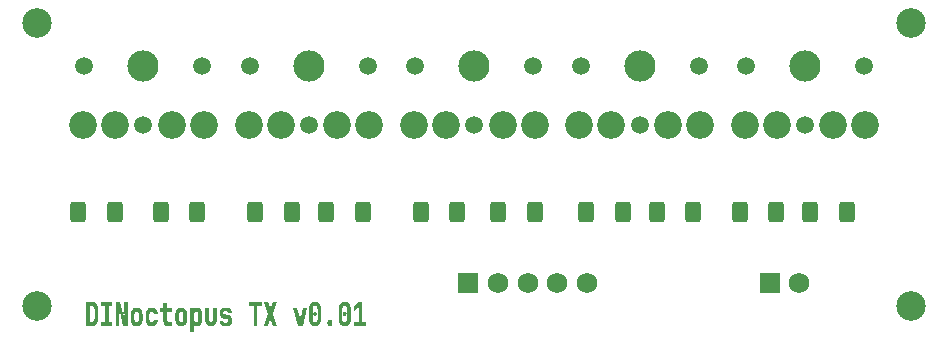
<source format=gbr>
%TF.GenerationSoftware,KiCad,Pcbnew,7.0.1-1.fc37*%
%TF.CreationDate,2023-03-22T20:46:38-05:00*%
%TF.ProjectId,midi_tx_board,6d696469-5f74-4785-9f62-6f6172642e6b,rev?*%
%TF.SameCoordinates,Original*%
%TF.FileFunction,Soldermask,Top*%
%TF.FilePolarity,Negative*%
%FSLAX46Y46*%
G04 Gerber Fmt 4.6, Leading zero omitted, Abs format (unit mm)*
G04 Created by KiCad (PCBNEW 7.0.1-1.fc37) date 2023-03-22 20:46:38*
%MOMM*%
%LPD*%
G01*
G04 APERTURE LIST*
G04 Aperture macros list*
%AMRoundRect*
0 Rectangle with rounded corners*
0 $1 Rounding radius*
0 $2 $3 $4 $5 $6 $7 $8 $9 X,Y pos of 4 corners*
0 Add a 4 corners polygon primitive as box body*
4,1,4,$2,$3,$4,$5,$6,$7,$8,$9,$2,$3,0*
0 Add four circle primitives for the rounded corners*
1,1,$1+$1,$2,$3*
1,1,$1+$1,$4,$5*
1,1,$1+$1,$6,$7*
1,1,$1+$1,$8,$9*
0 Add four rect primitives between the rounded corners*
20,1,$1+$1,$2,$3,$4,$5,0*
20,1,$1+$1,$4,$5,$6,$7,0*
20,1,$1+$1,$6,$7,$8,$9,0*
20,1,$1+$1,$8,$9,$2,$3,0*%
G04 Aperture macros list end*
%ADD10C,0.150000*%
%ADD11C,2.351600*%
%ADD12C,2.641600*%
%ADD13C,1.500000*%
%ADD14RoundRect,0.250000X0.400000X0.625000X-0.400000X0.625000X-0.400000X-0.625000X0.400000X-0.625000X0*%
%ADD15C,2.500000*%
%ADD16R,1.750000X1.750000*%
%ADD17C,1.750000*%
G04 APERTURE END LIST*
D10*
G36*
X129659213Y-45616934D02*
G01*
X129688010Y-45619196D01*
X129716152Y-45622937D01*
X129743619Y-45628134D01*
X129770391Y-45634764D01*
X129796450Y-45642805D01*
X129821775Y-45652232D01*
X129846347Y-45663024D01*
X129870146Y-45675157D01*
X129893152Y-45688607D01*
X129915347Y-45703353D01*
X129936710Y-45719370D01*
X129957222Y-45736636D01*
X129976863Y-45755127D01*
X129995614Y-45774821D01*
X130013455Y-45795694D01*
X130030366Y-45817723D01*
X130046328Y-45840886D01*
X130061322Y-45865159D01*
X130075327Y-45890519D01*
X130088325Y-45916943D01*
X130100295Y-45944408D01*
X130111218Y-45972891D01*
X130121074Y-46002369D01*
X130129844Y-46032819D01*
X130137509Y-46064217D01*
X130144048Y-46096540D01*
X130149442Y-46129767D01*
X130153671Y-46163872D01*
X130156716Y-46198834D01*
X130158558Y-46234629D01*
X130159176Y-46271235D01*
X130159176Y-47002009D01*
X130158558Y-47038666D01*
X130156716Y-47074523D01*
X130153671Y-47109557D01*
X130149442Y-47143744D01*
X130144048Y-47177059D01*
X130137509Y-47209479D01*
X130129844Y-47240980D01*
X130121074Y-47271539D01*
X130111218Y-47301131D01*
X130100295Y-47329732D01*
X130088325Y-47357318D01*
X130075327Y-47383867D01*
X130061322Y-47409353D01*
X130046328Y-47433753D01*
X130030366Y-47457043D01*
X130013455Y-47479199D01*
X129995614Y-47500197D01*
X129976863Y-47520014D01*
X129957222Y-47538625D01*
X129936710Y-47556006D01*
X129915347Y-47572135D01*
X129893152Y-47586986D01*
X129870146Y-47600536D01*
X129846347Y-47612761D01*
X129821775Y-47623638D01*
X129796450Y-47633141D01*
X129770391Y-47641249D01*
X129743619Y-47647935D01*
X129716152Y-47653178D01*
X129688010Y-47656952D01*
X129659213Y-47659234D01*
X129629780Y-47660000D01*
X129132257Y-47660000D01*
X129132257Y-45994263D01*
X129447330Y-45994263D01*
X129447330Y-47282400D01*
X129629780Y-47282400D01*
X129652956Y-47281070D01*
X129675173Y-47277144D01*
X129696358Y-47270715D01*
X129716436Y-47261876D01*
X129735334Y-47250722D01*
X129752977Y-47237346D01*
X129769291Y-47221842D01*
X129784202Y-47204303D01*
X129797637Y-47184824D01*
X129809520Y-47163499D01*
X129819778Y-47140420D01*
X129828338Y-47115681D01*
X129835124Y-47089377D01*
X129840063Y-47061602D01*
X129843080Y-47032448D01*
X129844103Y-47002009D01*
X129844103Y-46271235D01*
X129843080Y-46240915D01*
X129840063Y-46211929D01*
X129835124Y-46184363D01*
X129828338Y-46158303D01*
X129819778Y-46133834D01*
X129809520Y-46111042D01*
X129797637Y-46090013D01*
X129784202Y-46070833D01*
X129769291Y-46053589D01*
X129752977Y-46038364D01*
X129735334Y-46025247D01*
X129716436Y-46014322D01*
X129696358Y-46005675D01*
X129675173Y-45999392D01*
X129652956Y-45995560D01*
X129629780Y-45994263D01*
X129447330Y-45994263D01*
X129132257Y-45994263D01*
X129132257Y-45616175D01*
X129629780Y-45616175D01*
X129659213Y-45616934D01*
G37*
G36*
X130426622Y-47660000D02*
G01*
X131350593Y-47660000D01*
X131350593Y-47282400D01*
X131046144Y-47282400D01*
X131046144Y-45994263D01*
X131350593Y-45994263D01*
X131350593Y-45616175D01*
X130426622Y-45616175D01*
X130426622Y-45994263D01*
X130731071Y-45994263D01*
X130731071Y-47282400D01*
X130426622Y-47282400D01*
X130426622Y-47660000D01*
G37*
G36*
X131643318Y-47660000D02*
G01*
X131920655Y-47660000D01*
X131920655Y-46764117D01*
X131920463Y-46726587D01*
X131920229Y-46706878D01*
X131919907Y-46686602D01*
X131919502Y-46665806D01*
X131919018Y-46644537D01*
X131918459Y-46622840D01*
X131917828Y-46600764D01*
X131917129Y-46578354D01*
X131916367Y-46555658D01*
X131915544Y-46532721D01*
X131914666Y-46509591D01*
X131913736Y-46486314D01*
X131912758Y-46462937D01*
X131911735Y-46439507D01*
X131910672Y-46416071D01*
X131909573Y-46392674D01*
X131908440Y-46369364D01*
X131907280Y-46346188D01*
X131906094Y-46323192D01*
X131904887Y-46300422D01*
X131903664Y-46277926D01*
X131902427Y-46255751D01*
X131901181Y-46233942D01*
X131899930Y-46212547D01*
X131898677Y-46191612D01*
X131897426Y-46171184D01*
X131896182Y-46151310D01*
X131893728Y-46113409D01*
X131891346Y-46078283D01*
X132284089Y-47660000D01*
X132651552Y-47660000D01*
X132651552Y-45616175D01*
X132374214Y-45616175D01*
X132374214Y-46456371D01*
X132374432Y-46494253D01*
X132374697Y-46514391D01*
X132375062Y-46535257D01*
X132375520Y-46556797D01*
X132376069Y-46578958D01*
X132376704Y-46601686D01*
X132377420Y-46624929D01*
X132378214Y-46648632D01*
X132379080Y-46672743D01*
X132380015Y-46697208D01*
X132381015Y-46721973D01*
X132382075Y-46746987D01*
X132383190Y-46772194D01*
X132384357Y-46797543D01*
X132385572Y-46822979D01*
X132386829Y-46848450D01*
X132388125Y-46873902D01*
X132389455Y-46899281D01*
X132390815Y-46924535D01*
X132392201Y-46949610D01*
X132393609Y-46974452D01*
X132395034Y-46999009D01*
X132396471Y-47023228D01*
X132397917Y-47047054D01*
X132399368Y-47070435D01*
X132400818Y-47093317D01*
X132402264Y-47115647D01*
X132403702Y-47137372D01*
X132405126Y-47158438D01*
X132406534Y-47178792D01*
X132407920Y-47198381D01*
X132011147Y-45616175D01*
X131643318Y-45616175D01*
X131643318Y-47660000D01*
G37*
G36*
X133434882Y-46092679D02*
G01*
X133462820Y-46094821D01*
X133490063Y-46098363D01*
X133516596Y-46103281D01*
X133542404Y-46109555D01*
X133567471Y-46117160D01*
X133591783Y-46126074D01*
X133615325Y-46136275D01*
X133638082Y-46147740D01*
X133660038Y-46160445D01*
X133681180Y-46174369D01*
X133701491Y-46189488D01*
X133720958Y-46205780D01*
X133739565Y-46223222D01*
X133757296Y-46241791D01*
X133774138Y-46261465D01*
X133790075Y-46282221D01*
X133805092Y-46304036D01*
X133819175Y-46326888D01*
X133832308Y-46350753D01*
X133844476Y-46375609D01*
X133855664Y-46401434D01*
X133865858Y-46428204D01*
X133875043Y-46455898D01*
X133883203Y-46484491D01*
X133890323Y-46513962D01*
X133896389Y-46544287D01*
X133901386Y-46575445D01*
X133905298Y-46607412D01*
X133908111Y-46640165D01*
X133909810Y-46673682D01*
X133910380Y-46707941D01*
X133910380Y-47072351D01*
X133909810Y-47106610D01*
X133908111Y-47140127D01*
X133905298Y-47172880D01*
X133901386Y-47204847D01*
X133896389Y-47236005D01*
X133890323Y-47266330D01*
X133883203Y-47295801D01*
X133875043Y-47324395D01*
X133865858Y-47352088D01*
X133855664Y-47378858D01*
X133844476Y-47404683D01*
X133832308Y-47429539D01*
X133819175Y-47453405D01*
X133805092Y-47476256D01*
X133790075Y-47498071D01*
X133774138Y-47518827D01*
X133757296Y-47538501D01*
X133739565Y-47557070D01*
X133720958Y-47574512D01*
X133701491Y-47590804D01*
X133681180Y-47605923D01*
X133660038Y-47619847D01*
X133638082Y-47632552D01*
X133615325Y-47644017D01*
X133591783Y-47654218D01*
X133567471Y-47663132D01*
X133542404Y-47670737D01*
X133516596Y-47677011D01*
X133490063Y-47681930D01*
X133462820Y-47685471D01*
X133434882Y-47687613D01*
X133406263Y-47688332D01*
X133377676Y-47687613D01*
X133349765Y-47685471D01*
X133322546Y-47681930D01*
X133296034Y-47677011D01*
X133270244Y-47670737D01*
X133245190Y-47663132D01*
X133220889Y-47654218D01*
X133197355Y-47644017D01*
X133174603Y-47632552D01*
X133152649Y-47619847D01*
X133131508Y-47605923D01*
X133111195Y-47590804D01*
X133091725Y-47574512D01*
X133073113Y-47557070D01*
X133055374Y-47538501D01*
X133038524Y-47518827D01*
X133022578Y-47498071D01*
X133007551Y-47476256D01*
X132993458Y-47453405D01*
X132980314Y-47429539D01*
X132968134Y-47404683D01*
X132956935Y-47378858D01*
X132946729Y-47352088D01*
X132937534Y-47324395D01*
X132929363Y-47295801D01*
X132922233Y-47266330D01*
X132916158Y-47236005D01*
X132911154Y-47204847D01*
X132907236Y-47172880D01*
X132904418Y-47140127D01*
X132902716Y-47106610D01*
X132902145Y-47072351D01*
X133217219Y-47072351D01*
X133218005Y-47101908D01*
X133220353Y-47129744D01*
X133224241Y-47155835D01*
X133229652Y-47180154D01*
X133236565Y-47202675D01*
X133244962Y-47223373D01*
X133254823Y-47242223D01*
X133266128Y-47259197D01*
X133278859Y-47274271D01*
X133292996Y-47287418D01*
X133308520Y-47298614D01*
X133325411Y-47307832D01*
X133343650Y-47315046D01*
X133363218Y-47320231D01*
X133384095Y-47323361D01*
X133406263Y-47324410D01*
X133428491Y-47323361D01*
X133449413Y-47320231D01*
X133469011Y-47315046D01*
X133487269Y-47307832D01*
X133504168Y-47298614D01*
X133519690Y-47287418D01*
X133533818Y-47274271D01*
X133546534Y-47259197D01*
X133557821Y-47242223D01*
X133567660Y-47223373D01*
X133576034Y-47202675D01*
X133582925Y-47180154D01*
X133588315Y-47155835D01*
X133592187Y-47129744D01*
X133594524Y-47101908D01*
X133595307Y-47072351D01*
X133595307Y-46707941D01*
X133594524Y-46678390D01*
X133592187Y-46650569D01*
X133588315Y-46624502D01*
X133582925Y-46600215D01*
X133576034Y-46577730D01*
X133567660Y-46557073D01*
X133557821Y-46538268D01*
X133546534Y-46521339D01*
X133533818Y-46506311D01*
X133519690Y-46493208D01*
X133504168Y-46482053D01*
X133487269Y-46472872D01*
X133469011Y-46465689D01*
X133449413Y-46460529D01*
X133428491Y-46457414D01*
X133406263Y-46456371D01*
X133384095Y-46457414D01*
X133363218Y-46460529D01*
X133343650Y-46465689D01*
X133325411Y-46472872D01*
X133308520Y-46482053D01*
X133292996Y-46493208D01*
X133278859Y-46506311D01*
X133266128Y-46521339D01*
X133254823Y-46538268D01*
X133244962Y-46557073D01*
X133236565Y-46577730D01*
X133229652Y-46600215D01*
X133224241Y-46624502D01*
X133220353Y-46650569D01*
X133218005Y-46678390D01*
X133217219Y-46707941D01*
X133217219Y-47072351D01*
X132902145Y-47072351D01*
X132902145Y-46707941D01*
X132902716Y-46673682D01*
X132904418Y-46640165D01*
X132907236Y-46607412D01*
X132911154Y-46575445D01*
X132916158Y-46544287D01*
X132922233Y-46513962D01*
X132929363Y-46484491D01*
X132937534Y-46455898D01*
X132946729Y-46428204D01*
X132956935Y-46401434D01*
X132968134Y-46375609D01*
X132980314Y-46350753D01*
X132993458Y-46326888D01*
X133007551Y-46304036D01*
X133022578Y-46282221D01*
X133038524Y-46261465D01*
X133055374Y-46241791D01*
X133073113Y-46223222D01*
X133091725Y-46205780D01*
X133111195Y-46189488D01*
X133131508Y-46174369D01*
X133152649Y-46160445D01*
X133174603Y-46147740D01*
X133197355Y-46136275D01*
X133220889Y-46126074D01*
X133245190Y-46117160D01*
X133270244Y-46109555D01*
X133296034Y-46103281D01*
X133322546Y-46098363D01*
X133349765Y-46094821D01*
X133377676Y-46092679D01*
X133406263Y-46091960D01*
X133434882Y-46092679D01*
G37*
G36*
X134684141Y-47688332D02*
G01*
X134712361Y-47687694D01*
X134739927Y-47685793D01*
X134766826Y-47682641D01*
X134793044Y-47678255D01*
X134818567Y-47672648D01*
X134843381Y-47665837D01*
X134867473Y-47657835D01*
X134890828Y-47648657D01*
X134913433Y-47638319D01*
X134935273Y-47626836D01*
X134956336Y-47614221D01*
X134976607Y-47600490D01*
X134996073Y-47585658D01*
X135014719Y-47569740D01*
X135032532Y-47552750D01*
X135049498Y-47534703D01*
X135065603Y-47515614D01*
X135080834Y-47495499D01*
X135095176Y-47474371D01*
X135108616Y-47452246D01*
X135121139Y-47429139D01*
X135132733Y-47405064D01*
X135143383Y-47380036D01*
X135153076Y-47354070D01*
X135161797Y-47327181D01*
X135169533Y-47299384D01*
X135176270Y-47270694D01*
X135181994Y-47241125D01*
X135186692Y-47210692D01*
X135190349Y-47179411D01*
X135192952Y-47147296D01*
X135194487Y-47114361D01*
X134887840Y-47114361D01*
X134885431Y-47138857D01*
X134881401Y-47161955D01*
X134875802Y-47183629D01*
X134868686Y-47203853D01*
X134860106Y-47222604D01*
X134850114Y-47239855D01*
X134838764Y-47255582D01*
X134826107Y-47269760D01*
X134812197Y-47282364D01*
X134797086Y-47293369D01*
X134780826Y-47302749D01*
X134763470Y-47310480D01*
X134745072Y-47316537D01*
X134725682Y-47320894D01*
X134705354Y-47323527D01*
X134684141Y-47324410D01*
X134661179Y-47323361D01*
X134639566Y-47320231D01*
X134619321Y-47315046D01*
X134600461Y-47307832D01*
X134583005Y-47298614D01*
X134566972Y-47287418D01*
X134552379Y-47274271D01*
X134539244Y-47259197D01*
X134527586Y-47242223D01*
X134517424Y-47223373D01*
X134508775Y-47202675D01*
X134501657Y-47180154D01*
X134496090Y-47155835D01*
X134492090Y-47129744D01*
X134489677Y-47101908D01*
X134488869Y-47072351D01*
X134488869Y-46707941D01*
X134489677Y-46678390D01*
X134492090Y-46650569D01*
X134496090Y-46624502D01*
X134501657Y-46600215D01*
X134508775Y-46577730D01*
X134517424Y-46557073D01*
X134527586Y-46538268D01*
X134539244Y-46521339D01*
X134552379Y-46506311D01*
X134566972Y-46493208D01*
X134583005Y-46482053D01*
X134600461Y-46472872D01*
X134619321Y-46465689D01*
X134639566Y-46460529D01*
X134661179Y-46457414D01*
X134684141Y-46456371D01*
X134704992Y-46457281D01*
X134725051Y-46459986D01*
X134744255Y-46464450D01*
X134762543Y-46470636D01*
X134779852Y-46478508D01*
X134796120Y-46488030D01*
X134811284Y-46499164D01*
X134825283Y-46511875D01*
X134838054Y-46526126D01*
X134849535Y-46541880D01*
X134859663Y-46559101D01*
X134868377Y-46577752D01*
X134875613Y-46597797D01*
X134881311Y-46619200D01*
X134885407Y-46641923D01*
X134887840Y-46665931D01*
X135194487Y-46665931D01*
X135192952Y-46632997D01*
X135190349Y-46600881D01*
X135186692Y-46569600D01*
X135181994Y-46539167D01*
X135176270Y-46509598D01*
X135169533Y-46480908D01*
X135161797Y-46453111D01*
X135153076Y-46426222D01*
X135143383Y-46400256D01*
X135132733Y-46375228D01*
X135121139Y-46351153D01*
X135108616Y-46328046D01*
X135095176Y-46305921D01*
X135080834Y-46284793D01*
X135065603Y-46264678D01*
X135049498Y-46245589D01*
X135032532Y-46227542D01*
X135014719Y-46210552D01*
X134996073Y-46194634D01*
X134976607Y-46179802D01*
X134956336Y-46166071D01*
X134935273Y-46153456D01*
X134913433Y-46141973D01*
X134890828Y-46131635D01*
X134867473Y-46122457D01*
X134843381Y-46114455D01*
X134818567Y-46107644D01*
X134793044Y-46102037D01*
X134766826Y-46097651D01*
X134739927Y-46094499D01*
X134712361Y-46092598D01*
X134684141Y-46091960D01*
X134655504Y-46092671D01*
X134627514Y-46094789D01*
X134600186Y-46098293D01*
X134573540Y-46103161D01*
X134547591Y-46109374D01*
X134522358Y-46116909D01*
X134497857Y-46125746D01*
X134474106Y-46135863D01*
X134451121Y-46147240D01*
X134428921Y-46159855D01*
X134407522Y-46173687D01*
X134386942Y-46188715D01*
X134367197Y-46204918D01*
X134348306Y-46222275D01*
X134330285Y-46240765D01*
X134313152Y-46260366D01*
X134296923Y-46281058D01*
X134281616Y-46302819D01*
X134267249Y-46325628D01*
X134253838Y-46349465D01*
X134241402Y-46374308D01*
X134229956Y-46400135D01*
X134219518Y-46426927D01*
X134210106Y-46454661D01*
X134201736Y-46483317D01*
X134194427Y-46512873D01*
X134188195Y-46543309D01*
X134183057Y-46574603D01*
X134179031Y-46606735D01*
X134176134Y-46639682D01*
X134174383Y-46673425D01*
X134173796Y-46707941D01*
X134173796Y-47072351D01*
X134174383Y-47106868D01*
X134176134Y-47140610D01*
X134179031Y-47173557D01*
X134183057Y-47205689D01*
X134188195Y-47236983D01*
X134194427Y-47267419D01*
X134201736Y-47296975D01*
X134210106Y-47325631D01*
X134219518Y-47353365D01*
X134229956Y-47380157D01*
X134241402Y-47405984D01*
X134253838Y-47430827D01*
X134267249Y-47454664D01*
X134281616Y-47477473D01*
X134296923Y-47499234D01*
X134313152Y-47519926D01*
X134330285Y-47539527D01*
X134348306Y-47558017D01*
X134367197Y-47575374D01*
X134386942Y-47591577D01*
X134407522Y-47606605D01*
X134428921Y-47620437D01*
X134451121Y-47633052D01*
X134474106Y-47644429D01*
X134497857Y-47654546D01*
X134522358Y-47663383D01*
X134547591Y-47670918D01*
X134573540Y-47677131D01*
X134600186Y-47682000D01*
X134627514Y-47685503D01*
X134655504Y-47687621D01*
X134684141Y-47688332D01*
G37*
G36*
X136039689Y-47660000D02*
G01*
X136417411Y-47660000D01*
X136417411Y-47282400D01*
X136070830Y-47282400D01*
X136054455Y-47280872D01*
X136039557Y-47276411D01*
X136022043Y-47266217D01*
X136007277Y-47251569D01*
X135995327Y-47232902D01*
X135986263Y-47210652D01*
X135981399Y-47191875D01*
X135978226Y-47171510D01*
X135976772Y-47149741D01*
X135976674Y-47142205D01*
X135976674Y-46498381D01*
X136428035Y-46498381D01*
X136428035Y-46120293D01*
X135976674Y-46120293D01*
X135976674Y-45686029D01*
X135661601Y-45686029D01*
X135661601Y-46120293D01*
X135350558Y-46120293D01*
X135350558Y-46498381D01*
X135661601Y-46498381D01*
X135661601Y-47156371D01*
X135662017Y-47185407D01*
X135663259Y-47213708D01*
X135665318Y-47241260D01*
X135668185Y-47268051D01*
X135671851Y-47294069D01*
X135676306Y-47319303D01*
X135681542Y-47343739D01*
X135687550Y-47367366D01*
X135694320Y-47390172D01*
X135701844Y-47412144D01*
X135710113Y-47433270D01*
X135719117Y-47453538D01*
X135728847Y-47472936D01*
X135739295Y-47491452D01*
X135750450Y-47509073D01*
X135762305Y-47525788D01*
X135774851Y-47541584D01*
X135788077Y-47556449D01*
X135801975Y-47570371D01*
X135816537Y-47583338D01*
X135831752Y-47595337D01*
X135847612Y-47606357D01*
X135864108Y-47616385D01*
X135881231Y-47625409D01*
X135898971Y-47633417D01*
X135917320Y-47640396D01*
X135936269Y-47646335D01*
X135955808Y-47651222D01*
X135975929Y-47655044D01*
X135996622Y-47657789D01*
X136017878Y-47659445D01*
X136039689Y-47660000D01*
G37*
G36*
X137211364Y-46092679D02*
G01*
X137239303Y-46094821D01*
X137266546Y-46098363D01*
X137293079Y-46103281D01*
X137318887Y-46109555D01*
X137343954Y-46117160D01*
X137368266Y-46126074D01*
X137391808Y-46136275D01*
X137414565Y-46147740D01*
X137436521Y-46160445D01*
X137457663Y-46174369D01*
X137477974Y-46189488D01*
X137497441Y-46205780D01*
X137516047Y-46223222D01*
X137533779Y-46241791D01*
X137550621Y-46261465D01*
X137566558Y-46282221D01*
X137581575Y-46304036D01*
X137595658Y-46326888D01*
X137608791Y-46350753D01*
X137620959Y-46375609D01*
X137632147Y-46401434D01*
X137642341Y-46428204D01*
X137651526Y-46455898D01*
X137659686Y-46484491D01*
X137666806Y-46513962D01*
X137672872Y-46544287D01*
X137677869Y-46575445D01*
X137681781Y-46607412D01*
X137684594Y-46640165D01*
X137686293Y-46673682D01*
X137686863Y-46707941D01*
X137686863Y-47072351D01*
X137686293Y-47106610D01*
X137684594Y-47140127D01*
X137681781Y-47172880D01*
X137677869Y-47204847D01*
X137672872Y-47236005D01*
X137666806Y-47266330D01*
X137659686Y-47295801D01*
X137651526Y-47324395D01*
X137642341Y-47352088D01*
X137632147Y-47378858D01*
X137620959Y-47404683D01*
X137608791Y-47429539D01*
X137595658Y-47453405D01*
X137581575Y-47476256D01*
X137566558Y-47498071D01*
X137550621Y-47518827D01*
X137533779Y-47538501D01*
X137516047Y-47557070D01*
X137497441Y-47574512D01*
X137477974Y-47590804D01*
X137457663Y-47605923D01*
X137436521Y-47619847D01*
X137414565Y-47632552D01*
X137391808Y-47644017D01*
X137368266Y-47654218D01*
X137343954Y-47663132D01*
X137318887Y-47670737D01*
X137293079Y-47677011D01*
X137266546Y-47681930D01*
X137239303Y-47685471D01*
X137211364Y-47687613D01*
X137182745Y-47688332D01*
X137154159Y-47687613D01*
X137126248Y-47685471D01*
X137099029Y-47681930D01*
X137072517Y-47677011D01*
X137046727Y-47670737D01*
X137021673Y-47663132D01*
X136997372Y-47654218D01*
X136973838Y-47644017D01*
X136951086Y-47632552D01*
X136929132Y-47619847D01*
X136907991Y-47605923D01*
X136887678Y-47590804D01*
X136868208Y-47574512D01*
X136849596Y-47557070D01*
X136831857Y-47538501D01*
X136815007Y-47518827D01*
X136799061Y-47498071D01*
X136784034Y-47476256D01*
X136769941Y-47453405D01*
X136756797Y-47429539D01*
X136744617Y-47404683D01*
X136733417Y-47378858D01*
X136723212Y-47352088D01*
X136714017Y-47324395D01*
X136705846Y-47295801D01*
X136698716Y-47266330D01*
X136692641Y-47236005D01*
X136687637Y-47204847D01*
X136683718Y-47172880D01*
X136680901Y-47140127D01*
X136679199Y-47106610D01*
X136678628Y-47072351D01*
X136993702Y-47072351D01*
X136994488Y-47101908D01*
X136996836Y-47129744D01*
X137000724Y-47155835D01*
X137006135Y-47180154D01*
X137013048Y-47202675D01*
X137021445Y-47223373D01*
X137031306Y-47242223D01*
X137042611Y-47259197D01*
X137055342Y-47274271D01*
X137069479Y-47287418D01*
X137085002Y-47298614D01*
X137101893Y-47307832D01*
X137120133Y-47315046D01*
X137139701Y-47320231D01*
X137160578Y-47323361D01*
X137182745Y-47324410D01*
X137204973Y-47323361D01*
X137225896Y-47320231D01*
X137245494Y-47315046D01*
X137263752Y-47307832D01*
X137280651Y-47298614D01*
X137296173Y-47287418D01*
X137310301Y-47274271D01*
X137323017Y-47259197D01*
X137334304Y-47242223D01*
X137344143Y-47223373D01*
X137352516Y-47202675D01*
X137359407Y-47180154D01*
X137364798Y-47155835D01*
X137368670Y-47129744D01*
X137371007Y-47101908D01*
X137371789Y-47072351D01*
X137371789Y-46707941D01*
X137371007Y-46678390D01*
X137368670Y-46650569D01*
X137364798Y-46624502D01*
X137359407Y-46600215D01*
X137352516Y-46577730D01*
X137344143Y-46557073D01*
X137334304Y-46538268D01*
X137323017Y-46521339D01*
X137310301Y-46506311D01*
X137296173Y-46493208D01*
X137280651Y-46482053D01*
X137263752Y-46472872D01*
X137245494Y-46465689D01*
X137225896Y-46460529D01*
X137204973Y-46457414D01*
X137182745Y-46456371D01*
X137160578Y-46457414D01*
X137139701Y-46460529D01*
X137120133Y-46465689D01*
X137101893Y-46472872D01*
X137085002Y-46482053D01*
X137069479Y-46493208D01*
X137055342Y-46506311D01*
X137042611Y-46521339D01*
X137031306Y-46538268D01*
X137021445Y-46557073D01*
X137013048Y-46577730D01*
X137006135Y-46600215D01*
X137000724Y-46624502D01*
X136996836Y-46650569D01*
X136994488Y-46678390D01*
X136993702Y-46707941D01*
X136993702Y-47072351D01*
X136678628Y-47072351D01*
X136678628Y-46707941D01*
X136679199Y-46673682D01*
X136680901Y-46640165D01*
X136683718Y-46607412D01*
X136687637Y-46575445D01*
X136692641Y-46544287D01*
X136698716Y-46513962D01*
X136705846Y-46484491D01*
X136714017Y-46455898D01*
X136723212Y-46428204D01*
X136733417Y-46401434D01*
X136744617Y-46375609D01*
X136756797Y-46350753D01*
X136769941Y-46326888D01*
X136784034Y-46304036D01*
X136799061Y-46282221D01*
X136815007Y-46261465D01*
X136831857Y-46241791D01*
X136849596Y-46223222D01*
X136868208Y-46205780D01*
X136887678Y-46189488D01*
X136907991Y-46174369D01*
X136929132Y-46160445D01*
X136951086Y-46147740D01*
X136973838Y-46136275D01*
X136997372Y-46126074D01*
X137021673Y-46117160D01*
X137046727Y-46109555D01*
X137072517Y-46103281D01*
X137099029Y-46098363D01*
X137126248Y-46094821D01*
X137154159Y-46092679D01*
X137182745Y-46091960D01*
X137211364Y-46092679D01*
G37*
G36*
X138592637Y-46092679D02*
G01*
X138612843Y-46094818D01*
X138632604Y-46098351D01*
X138651904Y-46103255D01*
X138670729Y-46109503D01*
X138689064Y-46117070D01*
X138706895Y-46125931D01*
X138724206Y-46136062D01*
X138740983Y-46147435D01*
X138757212Y-46160028D01*
X138772877Y-46173813D01*
X138787964Y-46188766D01*
X138802458Y-46204863D01*
X138816345Y-46222076D01*
X138829610Y-46240382D01*
X138842238Y-46259755D01*
X138854215Y-46280170D01*
X138865525Y-46301602D01*
X138876154Y-46324025D01*
X138886088Y-46347414D01*
X138895312Y-46371744D01*
X138903810Y-46396989D01*
X138911569Y-46423126D01*
X138918574Y-46450127D01*
X138924809Y-46477969D01*
X138930261Y-46506625D01*
X138934914Y-46536071D01*
X138938754Y-46566282D01*
X138941767Y-46597232D01*
X138943937Y-46628895D01*
X138945250Y-46661247D01*
X138945690Y-46694263D01*
X138945690Y-47086029D01*
X138945250Y-47119045D01*
X138943937Y-47151397D01*
X138941767Y-47183061D01*
X138938754Y-47214010D01*
X138934914Y-47244221D01*
X138930261Y-47273667D01*
X138924809Y-47302323D01*
X138918574Y-47330165D01*
X138911569Y-47357166D01*
X138903810Y-47383303D01*
X138895312Y-47408548D01*
X138886088Y-47432878D01*
X138876154Y-47456268D01*
X138865525Y-47478690D01*
X138854215Y-47500122D01*
X138842238Y-47520537D01*
X138829610Y-47539910D01*
X138816345Y-47558216D01*
X138802458Y-47575429D01*
X138787964Y-47591526D01*
X138772877Y-47606479D01*
X138757212Y-47620264D01*
X138740983Y-47632857D01*
X138724206Y-47644231D01*
X138706895Y-47654361D01*
X138689064Y-47663222D01*
X138670729Y-47670789D01*
X138651904Y-47677037D01*
X138632604Y-47681941D01*
X138612843Y-47685474D01*
X138592637Y-47687613D01*
X138571999Y-47688332D01*
X138543715Y-47687029D01*
X138516446Y-47683153D01*
X138490221Y-47676753D01*
X138465066Y-47667876D01*
X138441011Y-47656573D01*
X138418083Y-47642891D01*
X138396310Y-47626879D01*
X138375719Y-47608586D01*
X138356339Y-47588061D01*
X138338198Y-47565352D01*
X138321324Y-47540507D01*
X138305744Y-47513576D01*
X138291486Y-47484607D01*
X138278578Y-47453649D01*
X138267049Y-47420750D01*
X138256926Y-47385959D01*
X138265352Y-47744019D01*
X138265352Y-48164117D01*
X137950279Y-48164117D01*
X137950279Y-47058185D01*
X138265352Y-47058185D01*
X138266109Y-47089350D01*
X138268372Y-47118712D01*
X138272126Y-47146241D01*
X138277356Y-47171911D01*
X138284048Y-47195691D01*
X138292187Y-47217554D01*
X138301760Y-47237470D01*
X138312750Y-47255411D01*
X138325145Y-47271349D01*
X138338929Y-47285255D01*
X138354088Y-47297099D01*
X138370607Y-47306855D01*
X138388473Y-47314492D01*
X138407669Y-47319983D01*
X138428183Y-47323298D01*
X138450000Y-47324410D01*
X138471046Y-47323361D01*
X138490894Y-47320231D01*
X138509522Y-47315046D01*
X138526907Y-47307832D01*
X138543028Y-47298614D01*
X138557863Y-47287418D01*
X138571389Y-47274271D01*
X138583585Y-47259197D01*
X138594429Y-47242223D01*
X138603898Y-47223373D01*
X138611970Y-47202675D01*
X138618624Y-47180154D01*
X138623838Y-47155835D01*
X138627590Y-47129744D01*
X138629857Y-47101908D01*
X138630617Y-47072351D01*
X138630617Y-46707941D01*
X138629857Y-46678390D01*
X138627590Y-46650569D01*
X138623838Y-46624502D01*
X138618624Y-46600215D01*
X138611970Y-46577730D01*
X138603898Y-46557073D01*
X138594429Y-46538268D01*
X138583585Y-46521339D01*
X138571389Y-46506311D01*
X138557863Y-46493208D01*
X138543028Y-46482053D01*
X138526907Y-46472872D01*
X138509522Y-46465689D01*
X138490894Y-46460529D01*
X138471046Y-46457414D01*
X138450000Y-46456371D01*
X138428183Y-46457477D01*
X138407669Y-46460777D01*
X138388473Y-46466243D01*
X138370607Y-46473849D01*
X138354088Y-46483568D01*
X138338929Y-46495371D01*
X138325145Y-46509233D01*
X138312750Y-46525125D01*
X138301760Y-46543021D01*
X138292187Y-46562893D01*
X138284048Y-46584714D01*
X138277356Y-46608458D01*
X138272126Y-46634096D01*
X138268372Y-46661602D01*
X138266109Y-46690948D01*
X138265352Y-46722107D01*
X138265352Y-47058185D01*
X137950279Y-47058185D01*
X137950279Y-46120293D01*
X138254727Y-46120293D01*
X138254727Y-46400195D01*
X138264936Y-46364453D01*
X138276580Y-46330711D01*
X138289626Y-46299011D01*
X138304043Y-46269395D01*
X138319798Y-46241906D01*
X138336857Y-46216586D01*
X138355187Y-46193477D01*
X138374757Y-46172622D01*
X138395534Y-46154061D01*
X138417484Y-46137839D01*
X138440575Y-46123996D01*
X138464774Y-46112576D01*
X138490049Y-46103620D01*
X138516367Y-46097171D01*
X138543694Y-46093270D01*
X138571999Y-46091960D01*
X138592637Y-46092679D01*
G37*
G36*
X139700401Y-47688332D02*
G01*
X139728802Y-47687644D01*
X139756501Y-47685592D01*
X139783485Y-47682189D01*
X139809741Y-47677450D01*
X139835255Y-47671389D01*
X139860015Y-47664021D01*
X139884008Y-47655360D01*
X139907219Y-47645421D01*
X139929637Y-47634219D01*
X139951248Y-47621767D01*
X139972039Y-47608081D01*
X139991997Y-47593174D01*
X140011110Y-47577062D01*
X140029363Y-47559759D01*
X140046743Y-47541278D01*
X140063239Y-47521636D01*
X140078836Y-47500846D01*
X140093522Y-47478922D01*
X140107283Y-47455880D01*
X140120106Y-47431734D01*
X140131979Y-47406497D01*
X140142888Y-47380186D01*
X140152820Y-47352813D01*
X140161762Y-47324395D01*
X140169701Y-47294944D01*
X140176624Y-47264476D01*
X140182518Y-47233005D01*
X140187370Y-47200546D01*
X140191166Y-47167113D01*
X140193894Y-47132721D01*
X140195540Y-47097384D01*
X140196092Y-47061116D01*
X140196092Y-46120293D01*
X139881018Y-46120293D01*
X139881018Y-47058185D01*
X139880262Y-47089752D01*
X139878006Y-47119413D01*
X139874271Y-47147148D01*
X139869077Y-47172941D01*
X139862445Y-47196773D01*
X139854395Y-47218627D01*
X139844948Y-47238484D01*
X139834124Y-47256327D01*
X139821943Y-47272138D01*
X139808425Y-47285899D01*
X139793592Y-47297591D01*
X139777463Y-47307198D01*
X139760059Y-47314702D01*
X139741401Y-47320083D01*
X139721508Y-47323325D01*
X139700401Y-47324410D01*
X139678992Y-47323325D01*
X139658875Y-47320083D01*
X139640062Y-47314702D01*
X139622566Y-47307198D01*
X139606398Y-47297591D01*
X139591571Y-47285899D01*
X139578098Y-47272138D01*
X139565991Y-47256327D01*
X139555262Y-47238484D01*
X139545923Y-47218627D01*
X139537987Y-47196773D01*
X139531467Y-47172941D01*
X139526374Y-47147148D01*
X139522721Y-47119413D01*
X139520520Y-47089752D01*
X139519783Y-47058185D01*
X139519783Y-46120293D01*
X139204710Y-46120293D01*
X139204710Y-47061116D01*
X139205250Y-47097169D01*
X139206864Y-47132318D01*
X139209539Y-47166549D01*
X139213267Y-47199845D01*
X139218034Y-47232190D01*
X139223832Y-47263569D01*
X139230648Y-47293966D01*
X139238473Y-47323364D01*
X139247294Y-47351749D01*
X139257102Y-47379103D01*
X139267885Y-47405413D01*
X139279633Y-47430660D01*
X139292334Y-47454831D01*
X139305978Y-47477908D01*
X139320554Y-47499876D01*
X139336051Y-47520720D01*
X139352459Y-47540423D01*
X139369765Y-47558970D01*
X139387960Y-47576344D01*
X139407033Y-47592530D01*
X139426973Y-47607513D01*
X139447768Y-47621275D01*
X139469408Y-47633802D01*
X139491882Y-47645078D01*
X139515180Y-47655086D01*
X139539290Y-47663811D01*
X139564201Y-47671238D01*
X139589903Y-47677349D01*
X139616385Y-47682130D01*
X139643636Y-47685565D01*
X139671645Y-47687637D01*
X139700401Y-47688332D01*
G37*
G36*
X140910868Y-47688332D02*
G01*
X141003558Y-47688332D01*
X141032626Y-47687824D01*
X141060819Y-47686305D01*
X141088134Y-47683784D01*
X141114568Y-47680269D01*
X141140117Y-47675768D01*
X141164780Y-47670290D01*
X141188552Y-47663843D01*
X141211430Y-47656435D01*
X141233412Y-47648075D01*
X141254493Y-47638771D01*
X141274672Y-47628530D01*
X141293944Y-47617363D01*
X141312307Y-47605276D01*
X141329758Y-47592279D01*
X141346293Y-47578379D01*
X141361909Y-47563585D01*
X141376602Y-47547905D01*
X141390371Y-47531347D01*
X141403212Y-47513920D01*
X141415121Y-47495633D01*
X141426095Y-47476492D01*
X141436132Y-47456508D01*
X141445228Y-47435687D01*
X141453379Y-47414039D01*
X141460584Y-47391572D01*
X141466838Y-47368294D01*
X141472139Y-47344212D01*
X141476483Y-47319337D01*
X141479867Y-47293676D01*
X141482288Y-47267236D01*
X141483743Y-47240028D01*
X141484228Y-47212058D01*
X141483890Y-47185351D01*
X141482877Y-47159271D01*
X141481189Y-47133828D01*
X141478827Y-47109028D01*
X141475791Y-47084878D01*
X141472083Y-47061386D01*
X141467704Y-47038559D01*
X141462653Y-47016404D01*
X141456932Y-46994930D01*
X141450541Y-46974142D01*
X141443482Y-46954049D01*
X141435755Y-46934657D01*
X141427360Y-46915975D01*
X141418298Y-46898009D01*
X141408571Y-46880767D01*
X141398179Y-46864256D01*
X141387122Y-46848484D01*
X141375401Y-46833457D01*
X141363018Y-46819184D01*
X141349972Y-46805670D01*
X141336265Y-46792925D01*
X141321898Y-46780955D01*
X141306870Y-46769767D01*
X141291183Y-46759369D01*
X141274838Y-46749768D01*
X141257835Y-46740972D01*
X141240174Y-46732988D01*
X141221858Y-46725822D01*
X141202886Y-46719483D01*
X141183259Y-46713978D01*
X141162978Y-46709314D01*
X141142044Y-46705498D01*
X140889986Y-46663489D01*
X140873553Y-46660754D01*
X140858065Y-46657803D01*
X140843535Y-46654545D01*
X140823576Y-46648881D01*
X140805866Y-46642013D01*
X140790460Y-46633636D01*
X140777413Y-46623442D01*
X140763778Y-46606493D01*
X140754562Y-46585042D01*
X140750626Y-46565561D01*
X140749302Y-46542833D01*
X140750633Y-46520032D01*
X140754617Y-46498966D01*
X140761242Y-46479744D01*
X140770496Y-46462479D01*
X140782365Y-46447281D01*
X140796836Y-46434261D01*
X140813898Y-46423530D01*
X140833537Y-46415201D01*
X140848055Y-46411036D01*
X140863710Y-46408020D01*
X140880496Y-46406187D01*
X140898412Y-46405568D01*
X140996964Y-46405568D01*
X141015014Y-46406161D01*
X141032055Y-46407926D01*
X141048065Y-46410846D01*
X141063024Y-46414903D01*
X141083443Y-46423081D01*
X141101374Y-46433717D01*
X141116746Y-46446751D01*
X141129485Y-46462121D01*
X141139519Y-46479768D01*
X141146776Y-46499631D01*
X141151184Y-46521649D01*
X141152669Y-46545764D01*
X141461147Y-46545764D01*
X141460615Y-46520308D01*
X141459030Y-46495426D01*
X141456405Y-46471133D01*
X141452758Y-46447444D01*
X141448102Y-46424375D01*
X141442453Y-46401941D01*
X141435827Y-46380158D01*
X141428238Y-46359040D01*
X141419702Y-46338603D01*
X141410233Y-46318863D01*
X141399849Y-46299835D01*
X141388562Y-46281535D01*
X141376390Y-46263977D01*
X141363346Y-46247177D01*
X141349446Y-46231151D01*
X141334706Y-46215914D01*
X141319140Y-46201481D01*
X141302765Y-46187867D01*
X141285594Y-46175089D01*
X141267643Y-46163161D01*
X141248929Y-46152099D01*
X141229464Y-46141918D01*
X141209266Y-46132634D01*
X141188349Y-46124262D01*
X141166729Y-46116817D01*
X141144420Y-46110314D01*
X141121438Y-46104770D01*
X141097798Y-46100200D01*
X141073515Y-46096618D01*
X141048605Y-46094041D01*
X141023083Y-46092483D01*
X140996964Y-46091960D01*
X140898412Y-46091960D01*
X140871078Y-46092428D01*
X140844581Y-46093830D01*
X140818922Y-46096163D01*
X140794105Y-46099426D01*
X140770132Y-46103617D01*
X140747003Y-46108733D01*
X140724721Y-46114773D01*
X140703289Y-46121735D01*
X140682707Y-46129616D01*
X140662979Y-46138415D01*
X140644106Y-46148129D01*
X140626090Y-46158756D01*
X140608934Y-46170295D01*
X140592638Y-46182742D01*
X140577206Y-46196097D01*
X140562639Y-46210357D01*
X140548939Y-46225520D01*
X140536109Y-46241584D01*
X140524150Y-46258547D01*
X140513064Y-46276407D01*
X140502853Y-46295161D01*
X140493520Y-46314809D01*
X140485066Y-46335346D01*
X140477494Y-46356773D01*
X140470805Y-46379086D01*
X140465001Y-46402284D01*
X140460084Y-46426364D01*
X140456057Y-46451325D01*
X140452921Y-46477164D01*
X140450679Y-46503879D01*
X140449332Y-46531468D01*
X140448883Y-46559930D01*
X140449215Y-46583575D01*
X140450208Y-46606783D01*
X140451858Y-46629539D01*
X140454161Y-46651830D01*
X140457112Y-46673641D01*
X140460707Y-46694959D01*
X140464941Y-46715770D01*
X140469812Y-46736059D01*
X140475313Y-46755813D01*
X140481441Y-46775018D01*
X140488191Y-46793660D01*
X140495560Y-46811725D01*
X140503543Y-46829199D01*
X140512135Y-46846067D01*
X140521333Y-46862317D01*
X140531132Y-46877934D01*
X140541527Y-46892904D01*
X140552515Y-46907213D01*
X140564092Y-46920847D01*
X140576252Y-46933793D01*
X140588992Y-46946036D01*
X140602307Y-46957562D01*
X140616193Y-46968358D01*
X140630645Y-46978409D01*
X140645661Y-46987702D01*
X140661234Y-46996222D01*
X140677361Y-47003956D01*
X140694038Y-47010890D01*
X140711260Y-47017009D01*
X140729023Y-47022300D01*
X140747322Y-47026749D01*
X140766154Y-47030341D01*
X141030669Y-47072351D01*
X141049359Y-47075709D01*
X141066823Y-47079588D01*
X141083064Y-47084041D01*
X141098086Y-47089120D01*
X141118337Y-47098027D01*
X141135859Y-47108636D01*
X141150660Y-47121125D01*
X141162750Y-47135668D01*
X141172138Y-47152443D01*
X141178832Y-47171626D01*
X141182841Y-47193393D01*
X141184176Y-47217920D01*
X141182469Y-47244218D01*
X141177397Y-47268128D01*
X141169035Y-47289608D01*
X141157457Y-47308612D01*
X141142736Y-47325099D01*
X141124948Y-47339024D01*
X141111422Y-47346863D01*
X141096587Y-47353531D01*
X141080466Y-47359016D01*
X141063081Y-47363304D01*
X141044453Y-47366383D01*
X141024605Y-47368240D01*
X141003558Y-47368862D01*
X140910868Y-47368862D01*
X140891354Y-47368239D01*
X140872944Y-47366372D01*
X140855658Y-47363266D01*
X140839519Y-47358924D01*
X140824547Y-47353352D01*
X140810765Y-47346554D01*
X140792368Y-47334066D01*
X140776768Y-47318843D01*
X140764037Y-47300898D01*
X140754248Y-47280248D01*
X140747472Y-47256905D01*
X140743783Y-47230885D01*
X140743073Y-47212058D01*
X140434228Y-47212058D01*
X140434786Y-47238567D01*
X140436446Y-47264499D01*
X140439191Y-47289839D01*
X140443003Y-47314569D01*
X140447865Y-47338670D01*
X140453758Y-47362126D01*
X140460666Y-47384919D01*
X140468569Y-47407033D01*
X140477451Y-47428448D01*
X140487294Y-47449148D01*
X140498079Y-47469116D01*
X140509789Y-47488334D01*
X140522406Y-47506784D01*
X140535913Y-47524450D01*
X140550292Y-47541313D01*
X140565524Y-47557356D01*
X140581593Y-47572563D01*
X140598480Y-47586914D01*
X140616167Y-47600394D01*
X140634638Y-47612984D01*
X140653873Y-47624667D01*
X140673855Y-47635425D01*
X140694567Y-47645242D01*
X140715991Y-47654100D01*
X140738109Y-47661980D01*
X140760903Y-47668867D01*
X140784355Y-47674742D01*
X140808447Y-47679588D01*
X140833163Y-47683387D01*
X140858483Y-47686122D01*
X140884391Y-47687776D01*
X140910868Y-47688332D01*
G37*
G36*
X143319347Y-47660000D02*
G01*
X143634420Y-47660000D01*
X143634420Y-45994263D01*
X144023133Y-45994263D01*
X144023133Y-45616175D01*
X142931001Y-45616175D01*
X142931001Y-45994263D01*
X143319347Y-45994263D01*
X143319347Y-47660000D01*
G37*
G36*
X144147697Y-47660000D02*
G01*
X144485851Y-47660000D01*
X144670865Y-47156371D01*
X144678883Y-47133549D01*
X144686436Y-47111095D01*
X144693505Y-47089199D01*
X144700070Y-47068048D01*
X144706111Y-47047831D01*
X144711608Y-47028736D01*
X144718057Y-47005348D01*
X144723456Y-46984736D01*
X144728657Y-46963555D01*
X144729483Y-46960000D01*
X144735352Y-46980069D01*
X144741265Y-46999917D01*
X144748182Y-47022653D01*
X144753984Y-47041332D01*
X144760279Y-47061196D01*
X144767035Y-47082057D01*
X144774223Y-47103725D01*
X144781811Y-47126014D01*
X144789768Y-47148734D01*
X144792498Y-47156371D01*
X144977145Y-47660000D01*
X145323726Y-47660000D01*
X144912299Y-46604382D01*
X145296615Y-45616175D01*
X144958461Y-45616175D01*
X144794696Y-46064117D01*
X144786641Y-46086676D01*
X144779172Y-46108631D01*
X144772298Y-46129815D01*
X144766025Y-46150061D01*
X144760361Y-46169202D01*
X144753767Y-46192718D01*
X144748286Y-46213579D01*
X144743024Y-46235320D01*
X144740108Y-46248764D01*
X144734915Y-46227245D01*
X144729851Y-46208634D01*
X144723555Y-46187072D01*
X144716069Y-46162955D01*
X144709700Y-46143427D01*
X144702704Y-46122850D01*
X144695100Y-46101390D01*
X144686905Y-46079215D01*
X144681123Y-46064117D01*
X144521755Y-45616175D01*
X144175174Y-45616175D01*
X144559490Y-46604382D01*
X144147697Y-47660000D01*
G37*
G36*
X147058094Y-47660000D02*
G01*
X147453035Y-47660000D01*
X147832955Y-46120293D01*
X147503227Y-46120293D01*
X147306123Y-46988332D01*
X147301760Y-47007423D01*
X147297474Y-47026916D01*
X147293284Y-47046745D01*
X147289207Y-47066840D01*
X147285261Y-47087137D01*
X147281464Y-47107566D01*
X147277833Y-47128061D01*
X147274387Y-47148555D01*
X147271142Y-47168980D01*
X147268116Y-47189269D01*
X147265328Y-47209355D01*
X147262795Y-47229170D01*
X147260534Y-47248648D01*
X147257693Y-47277084D01*
X147255565Y-47304382D01*
X147253381Y-47277082D01*
X147250381Y-47248629D01*
X147247963Y-47229125D01*
X147245236Y-47209266D01*
X147242221Y-47189115D01*
X147238940Y-47168735D01*
X147235415Y-47148189D01*
X147231666Y-47127540D01*
X147227715Y-47106851D01*
X147223584Y-47086184D01*
X147219295Y-47065604D01*
X147214868Y-47045173D01*
X147210324Y-47024953D01*
X147205687Y-47005008D01*
X147200976Y-46985401D01*
X146999476Y-46120293D01*
X146673778Y-46120293D01*
X147058094Y-47660000D01*
G37*
G36*
X148520384Y-46447767D02*
G01*
X148536221Y-46449269D01*
X148551298Y-46452258D01*
X148565574Y-46456717D01*
X148585392Y-46466126D01*
X148603169Y-46478750D01*
X148618760Y-46494534D01*
X148632024Y-46513422D01*
X148642816Y-46535358D01*
X148650994Y-46560287D01*
X148656415Y-46588154D01*
X148658426Y-46608336D01*
X148659106Y-46629783D01*
X148658935Y-46640894D01*
X148657585Y-46662177D01*
X148654923Y-46682192D01*
X148648568Y-46709788D01*
X148639502Y-46734409D01*
X148627870Y-46755982D01*
X148613815Y-46774435D01*
X148597479Y-46789695D01*
X148579006Y-46801691D01*
X148558539Y-46810349D01*
X148543857Y-46814230D01*
X148528394Y-46816575D01*
X148512194Y-46817362D01*
X148504004Y-46817165D01*
X148488168Y-46815596D01*
X148473090Y-46812480D01*
X148451990Y-46804951D01*
X148432837Y-46794060D01*
X148415773Y-46779880D01*
X148400941Y-46762483D01*
X148388485Y-46741942D01*
X148378549Y-46718329D01*
X148371274Y-46691717D01*
X148367973Y-46672344D01*
X148365962Y-46651693D01*
X148365282Y-46629783D01*
X148365453Y-46618903D01*
X148366804Y-46598086D01*
X148369465Y-46578542D01*
X148375821Y-46551648D01*
X148384886Y-46527710D01*
X148396518Y-46506784D01*
X148410574Y-46488925D01*
X148426909Y-46474188D01*
X148445382Y-46462629D01*
X148465850Y-46454305D01*
X148480532Y-46450579D01*
X148495994Y-46448331D01*
X148512194Y-46447578D01*
X148520384Y-46447767D01*
G37*
G36*
X148540813Y-45589049D02*
G01*
X148568752Y-45591187D01*
X148595995Y-45594722D01*
X148622528Y-45599633D01*
X148648335Y-45605896D01*
X148673403Y-45613490D01*
X148697715Y-45622391D01*
X148721257Y-45632578D01*
X148744013Y-45644028D01*
X148765970Y-45656718D01*
X148787111Y-45670626D01*
X148807423Y-45685730D01*
X148826890Y-45702007D01*
X148845496Y-45719435D01*
X148863228Y-45737991D01*
X148880070Y-45757653D01*
X148896007Y-45778398D01*
X148911024Y-45800204D01*
X148925107Y-45823049D01*
X148938239Y-45846909D01*
X148950408Y-45871764D01*
X148961596Y-45897589D01*
X148971790Y-45924363D01*
X148980974Y-45952063D01*
X148989134Y-45980666D01*
X148996255Y-46010152D01*
X149002321Y-46040496D01*
X149007318Y-46071676D01*
X149011230Y-46103670D01*
X149014043Y-46136456D01*
X149015742Y-46170011D01*
X149016311Y-46204312D01*
X149016311Y-47072351D01*
X149015742Y-47106610D01*
X149014043Y-47140127D01*
X149011230Y-47172880D01*
X149007318Y-47204847D01*
X149002321Y-47236005D01*
X148996255Y-47266330D01*
X148989134Y-47295801D01*
X148980974Y-47324395D01*
X148971790Y-47352088D01*
X148961596Y-47378858D01*
X148950408Y-47404683D01*
X148938239Y-47429539D01*
X148925107Y-47453405D01*
X148911024Y-47476256D01*
X148896007Y-47498071D01*
X148880070Y-47518827D01*
X148863228Y-47538501D01*
X148845496Y-47557070D01*
X148826890Y-47574512D01*
X148807423Y-47590804D01*
X148787111Y-47605923D01*
X148765970Y-47619847D01*
X148744013Y-47632552D01*
X148721257Y-47644017D01*
X148697715Y-47654218D01*
X148673403Y-47663132D01*
X148648335Y-47670737D01*
X148622528Y-47677011D01*
X148595995Y-47681930D01*
X148568752Y-47685471D01*
X148540813Y-47687613D01*
X148512194Y-47688332D01*
X148483607Y-47687613D01*
X148455697Y-47685471D01*
X148428478Y-47681930D01*
X148401966Y-47677011D01*
X148376175Y-47670737D01*
X148351122Y-47663132D01*
X148326820Y-47654218D01*
X148303286Y-47644017D01*
X148280535Y-47632552D01*
X148258581Y-47619847D01*
X148237440Y-47605923D01*
X148217126Y-47590804D01*
X148197656Y-47574512D01*
X148179044Y-47557070D01*
X148161306Y-47538501D01*
X148144456Y-47518827D01*
X148128510Y-47498071D01*
X148113483Y-47476256D01*
X148099390Y-47453405D01*
X148086246Y-47429539D01*
X148074066Y-47404683D01*
X148062866Y-47378858D01*
X148052661Y-47352088D01*
X148043465Y-47324395D01*
X148035295Y-47295801D01*
X148028165Y-47266330D01*
X148022090Y-47236005D01*
X148017086Y-47204847D01*
X148013167Y-47172880D01*
X148010349Y-47140127D01*
X148008648Y-47106610D01*
X148008077Y-47072351D01*
X148302267Y-47072351D01*
X148303196Y-47101022D01*
X148305953Y-47128202D01*
X148310495Y-47153840D01*
X148316779Y-47177887D01*
X148324761Y-47200294D01*
X148334397Y-47221012D01*
X148345644Y-47239991D01*
X148358459Y-47257182D01*
X148372798Y-47272535D01*
X148388617Y-47286002D01*
X148405874Y-47297532D01*
X148424524Y-47307076D01*
X148444525Y-47314586D01*
X148465833Y-47320011D01*
X148488404Y-47323302D01*
X148512194Y-47324410D01*
X148536045Y-47323302D01*
X148558661Y-47320011D01*
X148579999Y-47314586D01*
X148600019Y-47307076D01*
X148618677Y-47297532D01*
X148635932Y-47286002D01*
X148651743Y-47272535D01*
X148666067Y-47257182D01*
X148678863Y-47239991D01*
X148690088Y-47221012D01*
X148699702Y-47200294D01*
X148707661Y-47177887D01*
X148713924Y-47153840D01*
X148718450Y-47128202D01*
X148721196Y-47101022D01*
X148722121Y-47072351D01*
X148722121Y-46204312D01*
X148721216Y-46175641D01*
X148718525Y-46148462D01*
X148714081Y-46122824D01*
X148707919Y-46098776D01*
X148700071Y-46076369D01*
X148690571Y-46055651D01*
X148679455Y-46036672D01*
X148666754Y-46019481D01*
X148652504Y-46004128D01*
X148636737Y-45990662D01*
X148619489Y-45979132D01*
X148600791Y-45969587D01*
X148580680Y-45962078D01*
X148559187Y-45956653D01*
X148536347Y-45953362D01*
X148512194Y-45952254D01*
X148488041Y-45953362D01*
X148465202Y-45956653D01*
X148443709Y-45962078D01*
X148423597Y-45969587D01*
X148404900Y-45979132D01*
X148387651Y-45990662D01*
X148371885Y-46004128D01*
X148357634Y-46019481D01*
X148344934Y-46036672D01*
X148333817Y-46055651D01*
X148324318Y-46076369D01*
X148316470Y-46098776D01*
X148310307Y-46122824D01*
X148305863Y-46148462D01*
X148303172Y-46175641D01*
X148302267Y-46204312D01*
X148302267Y-47072351D01*
X148008077Y-47072351D01*
X148008077Y-46204312D01*
X148008648Y-46170011D01*
X148010349Y-46136456D01*
X148013167Y-46103670D01*
X148017086Y-46071676D01*
X148022090Y-46040496D01*
X148028165Y-46010152D01*
X148035295Y-45980666D01*
X148043465Y-45952063D01*
X148052661Y-45924363D01*
X148062866Y-45897589D01*
X148074066Y-45871764D01*
X148086246Y-45846909D01*
X148099390Y-45823049D01*
X148113483Y-45800204D01*
X148128510Y-45778398D01*
X148144456Y-45757653D01*
X148161306Y-45737991D01*
X148179044Y-45719435D01*
X148197656Y-45702007D01*
X148217126Y-45685730D01*
X148237440Y-45670626D01*
X148258581Y-45656718D01*
X148280535Y-45644028D01*
X148303286Y-45632578D01*
X148326820Y-45622391D01*
X148351122Y-45613490D01*
X148376175Y-45605896D01*
X148401966Y-45599633D01*
X148428478Y-45594722D01*
X148455697Y-45591187D01*
X148483607Y-45589049D01*
X148512194Y-45588332D01*
X148540813Y-45589049D01*
G37*
G36*
X149771022Y-47688332D02*
G01*
X149794173Y-47687001D01*
X149816321Y-47683071D01*
X149837397Y-47676630D01*
X149857335Y-47667769D01*
X149876066Y-47656579D01*
X149893523Y-47643149D01*
X149909639Y-47627569D01*
X149924345Y-47609930D01*
X149937575Y-47590321D01*
X149949259Y-47568834D01*
X149959332Y-47545558D01*
X149967725Y-47520583D01*
X149974371Y-47493999D01*
X149979201Y-47465897D01*
X149982149Y-47436367D01*
X149983147Y-47405498D01*
X149982149Y-47374630D01*
X149979201Y-47345100D01*
X149974371Y-47316998D01*
X149967725Y-47290414D01*
X149959332Y-47265439D01*
X149949259Y-47242163D01*
X149937575Y-47220676D01*
X149924345Y-47201067D01*
X149909639Y-47183428D01*
X149893523Y-47167848D01*
X149876066Y-47154418D01*
X149857335Y-47143227D01*
X149837397Y-47134367D01*
X149816321Y-47127926D01*
X149794173Y-47123995D01*
X149771022Y-47122665D01*
X149747871Y-47123995D01*
X149725723Y-47127926D01*
X149704646Y-47134367D01*
X149684709Y-47143227D01*
X149665977Y-47154418D01*
X149648520Y-47167848D01*
X149632405Y-47183428D01*
X149617698Y-47201067D01*
X149604469Y-47220676D01*
X149592784Y-47242163D01*
X149582711Y-47265439D01*
X149574319Y-47290414D01*
X149567673Y-47316998D01*
X149562842Y-47345100D01*
X149559895Y-47374630D01*
X149558897Y-47405498D01*
X149559895Y-47436367D01*
X149562842Y-47465897D01*
X149567673Y-47493999D01*
X149574319Y-47520583D01*
X149582711Y-47545558D01*
X149592784Y-47568834D01*
X149604469Y-47590321D01*
X149617698Y-47609930D01*
X149632405Y-47627569D01*
X149648520Y-47643149D01*
X149665977Y-47656579D01*
X149684709Y-47667769D01*
X149704646Y-47676630D01*
X149725723Y-47683071D01*
X149747871Y-47687001D01*
X149771022Y-47688332D01*
G37*
G36*
X151038039Y-46447767D02*
G01*
X151053876Y-46449269D01*
X151068953Y-46452258D01*
X151083229Y-46456717D01*
X151103048Y-46466126D01*
X151120824Y-46478750D01*
X151136416Y-46494534D01*
X151149679Y-46513422D01*
X151160471Y-46535358D01*
X151168650Y-46560287D01*
X151174070Y-46588154D01*
X151176082Y-46608336D01*
X151176762Y-46629783D01*
X151176591Y-46640894D01*
X151175240Y-46662177D01*
X151172579Y-46682192D01*
X151166223Y-46709788D01*
X151157157Y-46734409D01*
X151145525Y-46755982D01*
X151131470Y-46774435D01*
X151115134Y-46789695D01*
X151096661Y-46801691D01*
X151076194Y-46810349D01*
X151061512Y-46814230D01*
X151046050Y-46816575D01*
X151029849Y-46817362D01*
X151021660Y-46817165D01*
X151005823Y-46815596D01*
X150990746Y-46812480D01*
X150969646Y-46804951D01*
X150950492Y-46794060D01*
X150933428Y-46779880D01*
X150918596Y-46762483D01*
X150906141Y-46741942D01*
X150896204Y-46718329D01*
X150888929Y-46691717D01*
X150885629Y-46672344D01*
X150883617Y-46651693D01*
X150882937Y-46629783D01*
X150883108Y-46618903D01*
X150884459Y-46598086D01*
X150887120Y-46578542D01*
X150893476Y-46551648D01*
X150902541Y-46527710D01*
X150914173Y-46506784D01*
X150928229Y-46488925D01*
X150944565Y-46474188D01*
X150963038Y-46462629D01*
X150983505Y-46454305D01*
X150998187Y-46450579D01*
X151013649Y-46448331D01*
X151029849Y-46447578D01*
X151038039Y-46447767D01*
G37*
G36*
X151058468Y-45589049D02*
G01*
X151086407Y-45591187D01*
X151113650Y-45594722D01*
X151140183Y-45599633D01*
X151165991Y-45605896D01*
X151191058Y-45613490D01*
X151215370Y-45622391D01*
X151238912Y-45632578D01*
X151261669Y-45644028D01*
X151283625Y-45656718D01*
X151304767Y-45670626D01*
X151325078Y-45685730D01*
X151344545Y-45702007D01*
X151363151Y-45719435D01*
X151380883Y-45737991D01*
X151397725Y-45757653D01*
X151413662Y-45778398D01*
X151428679Y-45800204D01*
X151442762Y-45823049D01*
X151455895Y-45846909D01*
X151468063Y-45871764D01*
X151479251Y-45897589D01*
X151489445Y-45924363D01*
X151498630Y-45952063D01*
X151506790Y-45980666D01*
X151513910Y-46010152D01*
X151519976Y-46040496D01*
X151524973Y-46071676D01*
X151528885Y-46103670D01*
X151531698Y-46136456D01*
X151533397Y-46170011D01*
X151533967Y-46204312D01*
X151533967Y-47072351D01*
X151533397Y-47106610D01*
X151531698Y-47140127D01*
X151528885Y-47172880D01*
X151524973Y-47204847D01*
X151519976Y-47236005D01*
X151513910Y-47266330D01*
X151506790Y-47295801D01*
X151498630Y-47324395D01*
X151489445Y-47352088D01*
X151479251Y-47378858D01*
X151468063Y-47404683D01*
X151455895Y-47429539D01*
X151442762Y-47453405D01*
X151428679Y-47476256D01*
X151413662Y-47498071D01*
X151397725Y-47518827D01*
X151380883Y-47538501D01*
X151363151Y-47557070D01*
X151344545Y-47574512D01*
X151325078Y-47590804D01*
X151304767Y-47605923D01*
X151283625Y-47619847D01*
X151261669Y-47632552D01*
X151238912Y-47644017D01*
X151215370Y-47654218D01*
X151191058Y-47663132D01*
X151165991Y-47670737D01*
X151140183Y-47677011D01*
X151113650Y-47681930D01*
X151086407Y-47685471D01*
X151058468Y-47687613D01*
X151029849Y-47688332D01*
X151001263Y-47687613D01*
X150973352Y-47685471D01*
X150946133Y-47681930D01*
X150919621Y-47677011D01*
X150893831Y-47670737D01*
X150868777Y-47663132D01*
X150844476Y-47654218D01*
X150820942Y-47644017D01*
X150798190Y-47632552D01*
X150776236Y-47619847D01*
X150755095Y-47605923D01*
X150734782Y-47590804D01*
X150715312Y-47574512D01*
X150696700Y-47557070D01*
X150678961Y-47538501D01*
X150662111Y-47518827D01*
X150646165Y-47498071D01*
X150631138Y-47476256D01*
X150617045Y-47453405D01*
X150603901Y-47429539D01*
X150591721Y-47404683D01*
X150580521Y-47378858D01*
X150570316Y-47352088D01*
X150561121Y-47324395D01*
X150552950Y-47295801D01*
X150545820Y-47266330D01*
X150539745Y-47236005D01*
X150534741Y-47204847D01*
X150530822Y-47172880D01*
X150528005Y-47140127D01*
X150526303Y-47106610D01*
X150525732Y-47072351D01*
X150819923Y-47072351D01*
X150820851Y-47101022D01*
X150823609Y-47128202D01*
X150828151Y-47153840D01*
X150834434Y-47177887D01*
X150842416Y-47200294D01*
X150852052Y-47221012D01*
X150863299Y-47239991D01*
X150876114Y-47257182D01*
X150890453Y-47272535D01*
X150906272Y-47286002D01*
X150923529Y-47297532D01*
X150942180Y-47307076D01*
X150962180Y-47314586D01*
X150983488Y-47320011D01*
X151006059Y-47323302D01*
X151029849Y-47324410D01*
X151053701Y-47323302D01*
X151076316Y-47320011D01*
X151097655Y-47314586D01*
X151117674Y-47307076D01*
X151136332Y-47297532D01*
X151153588Y-47286002D01*
X151169398Y-47272535D01*
X151183722Y-47257182D01*
X151196518Y-47239991D01*
X151207744Y-47221012D01*
X151217357Y-47200294D01*
X151225316Y-47177887D01*
X151231580Y-47153840D01*
X151236105Y-47128202D01*
X151238852Y-47101022D01*
X151239776Y-47072351D01*
X151239776Y-46204312D01*
X151238872Y-46175641D01*
X151236181Y-46148462D01*
X151231737Y-46122824D01*
X151225574Y-46098776D01*
X151217726Y-46076369D01*
X151208227Y-46055651D01*
X151197110Y-46036672D01*
X151184409Y-46019481D01*
X151170159Y-46004128D01*
X151154393Y-45990662D01*
X151137144Y-45979132D01*
X151118447Y-45969587D01*
X151098335Y-45962078D01*
X151076842Y-45956653D01*
X151054002Y-45953362D01*
X151029849Y-45952254D01*
X151005697Y-45953362D01*
X150982857Y-45956653D01*
X150961364Y-45962078D01*
X150941252Y-45969587D01*
X150922555Y-45979132D01*
X150905306Y-45990662D01*
X150889540Y-46004128D01*
X150875290Y-46019481D01*
X150862589Y-46036672D01*
X150851472Y-46055651D01*
X150841973Y-46076369D01*
X150834125Y-46098776D01*
X150827962Y-46122824D01*
X150823518Y-46148462D01*
X150820827Y-46175641D01*
X150819923Y-46204312D01*
X150819923Y-47072351D01*
X150525732Y-47072351D01*
X150525732Y-46204312D01*
X150526303Y-46170011D01*
X150528005Y-46136456D01*
X150530822Y-46103670D01*
X150534741Y-46071676D01*
X150539745Y-46040496D01*
X150545820Y-46010152D01*
X150552950Y-45980666D01*
X150561121Y-45952063D01*
X150570316Y-45924363D01*
X150580521Y-45897589D01*
X150591721Y-45871764D01*
X150603901Y-45846909D01*
X150617045Y-45823049D01*
X150631138Y-45800204D01*
X150646165Y-45778398D01*
X150662111Y-45757653D01*
X150678961Y-45737991D01*
X150696700Y-45719435D01*
X150715312Y-45702007D01*
X150734782Y-45685730D01*
X150755095Y-45670626D01*
X150776236Y-45656718D01*
X150798190Y-45644028D01*
X150820942Y-45632578D01*
X150844476Y-45622391D01*
X150868777Y-45613490D01*
X150893831Y-45605896D01*
X150919621Y-45599633D01*
X150946133Y-45594722D01*
X150973352Y-45591187D01*
X151001263Y-45589049D01*
X151029849Y-45588332D01*
X151058468Y-45589049D01*
G37*
G36*
X151826692Y-47660000D02*
G01*
X152834926Y-47660000D01*
X152834926Y-47282400D01*
X152528279Y-47282400D01*
X152528279Y-45616175D01*
X152181699Y-45616175D01*
X151822662Y-45952254D01*
X151822662Y-46416803D01*
X152213206Y-46041646D01*
X152213206Y-47282400D01*
X151826692Y-47282400D01*
X151826692Y-47660000D01*
G37*
D11*
%TO.C,TX5*%
X184900000Y-30678000D03*
X187600000Y-30678000D03*
X192400000Y-30678000D03*
X195100000Y-30678000D03*
D12*
X190000000Y-25678000D03*
D13*
X190000000Y-30678000D03*
X185000000Y-25678000D03*
X195000000Y-25678000D03*
%TD*%
%TO.C,TX4*%
X181000000Y-25656177D03*
X171000000Y-25656177D03*
X176000000Y-30656177D03*
D12*
X176000000Y-25656177D03*
D11*
X181100000Y-30656177D03*
X178400000Y-30656177D03*
X173600000Y-30656177D03*
X170900000Y-30656177D03*
%TD*%
D13*
%TO.C,TX3*%
X167000000Y-25656177D03*
X157000000Y-25656177D03*
X162000000Y-30656177D03*
D12*
X162000000Y-25656177D03*
D11*
X167100000Y-30656177D03*
X164400000Y-30656177D03*
X159600000Y-30656177D03*
X156900000Y-30656177D03*
%TD*%
%TO.C,TX2*%
X142900000Y-30656177D03*
X145600000Y-30656177D03*
X150400000Y-30656177D03*
X153100000Y-30656177D03*
D12*
X148000000Y-25656177D03*
D13*
X148000000Y-30656177D03*
X143000000Y-25656177D03*
X153000000Y-25656177D03*
%TD*%
%TO.C,TX1*%
X138970261Y-25667645D03*
X128970261Y-25667645D03*
X133970261Y-30667645D03*
D12*
X133970261Y-25667645D03*
D11*
X139070261Y-30667645D03*
X136370261Y-30667645D03*
X131570261Y-30667645D03*
X128870261Y-30667645D03*
%TD*%
D14*
%TO.C,R10*%
X187550000Y-38000000D03*
X184450000Y-38000000D03*
%TD*%
%TO.C,R9*%
X190450000Y-38000000D03*
X193550000Y-38000000D03*
%TD*%
%TO.C,R8*%
X174550000Y-38000000D03*
X171450000Y-38000000D03*
%TD*%
%TO.C,R7*%
X180550000Y-38000000D03*
X177450000Y-38000000D03*
%TD*%
%TO.C,R6*%
X160550000Y-38000000D03*
X157450000Y-38000000D03*
%TD*%
%TO.C,R5*%
X167100000Y-38000000D03*
X164000000Y-38000000D03*
%TD*%
%TO.C,R4*%
X143450000Y-38000000D03*
X146550000Y-38000000D03*
%TD*%
%TO.C,R3*%
X149450000Y-38000000D03*
X152550000Y-38000000D03*
%TD*%
%TO.C,R2*%
X131550000Y-38000000D03*
X128450000Y-38000000D03*
%TD*%
%TO.C,R1*%
X138550000Y-38000000D03*
X135450000Y-38000000D03*
%TD*%
D15*
%TO.C,REF\u002A\u002A*%
X125000000Y-46000000D03*
%TD*%
D16*
%TO.C,J2*%
X187000000Y-44000000D03*
D17*
X189500000Y-44000000D03*
%TD*%
D16*
%TO.C,J1*%
X161500000Y-44000000D03*
D17*
X164000000Y-44000000D03*
X166500000Y-44000000D03*
X169000000Y-44000000D03*
X171500000Y-44000000D03*
%TD*%
D15*
%TO.C,REF\u002A\u002A*%
X125000000Y-22000000D03*
%TD*%
%TO.C,REF\u002A\u002A*%
X199000000Y-46000000D03*
%TD*%
%TO.C,REF\u002A\u002A*%
X199000000Y-22000000D03*
%TD*%
M02*

</source>
